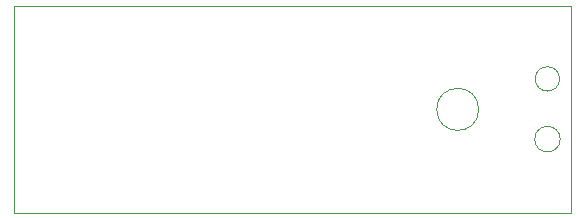
<source format=gm1>
G04 #@! TF.GenerationSoftware,KiCad,Pcbnew,8.0.3*
G04 #@! TF.CreationDate,2024-07-26T08:12:38+02:00*
G04 #@! TF.ProjectId,Midi Stick,4d696469-2053-4746-9963-6b2e6b696361,1.3*
G04 #@! TF.SameCoordinates,Original*
G04 #@! TF.FileFunction,Profile,NP*
%FSLAX46Y46*%
G04 Gerber Fmt 4.6, Leading zero omitted, Abs format (unit mm)*
G04 Created by KiCad (PCBNEW 8.0.3) date 2024-07-26 08:12:38*
%MOMM*%
%LPD*%
G01*
G04 APERTURE LIST*
G04 #@! TA.AperFunction,Profile*
%ADD10C,0.050000*%
G04 #@! TD*
G04 APERTURE END LIST*
D10*
X123213050Y-62533049D02*
G75*
G02*
X119652152Y-62533049I-1780449J0D01*
G01*
X119652152Y-62533049D02*
G75*
G02*
X123213050Y-62533049I1780449J0D01*
G01*
X131014601Y-71266600D02*
X83887601Y-71266600D01*
X131014601Y-53740600D02*
X131014601Y-71266600D01*
X83887601Y-53740600D02*
X131014601Y-53740600D01*
X130062164Y-59952600D02*
G75*
G02*
X128003038Y-59952600I-1029563J0D01*
G01*
X128003038Y-59952600D02*
G75*
G02*
X130062164Y-59952600I1029563J0D01*
G01*
X130109634Y-65052600D02*
G75*
G02*
X127955568Y-65052600I-1077033J0D01*
G01*
X127955568Y-65052600D02*
G75*
G02*
X130109634Y-65052600I1077033J0D01*
G01*
X83887601Y-71266600D02*
X83887601Y-53740600D01*
M02*

</source>
